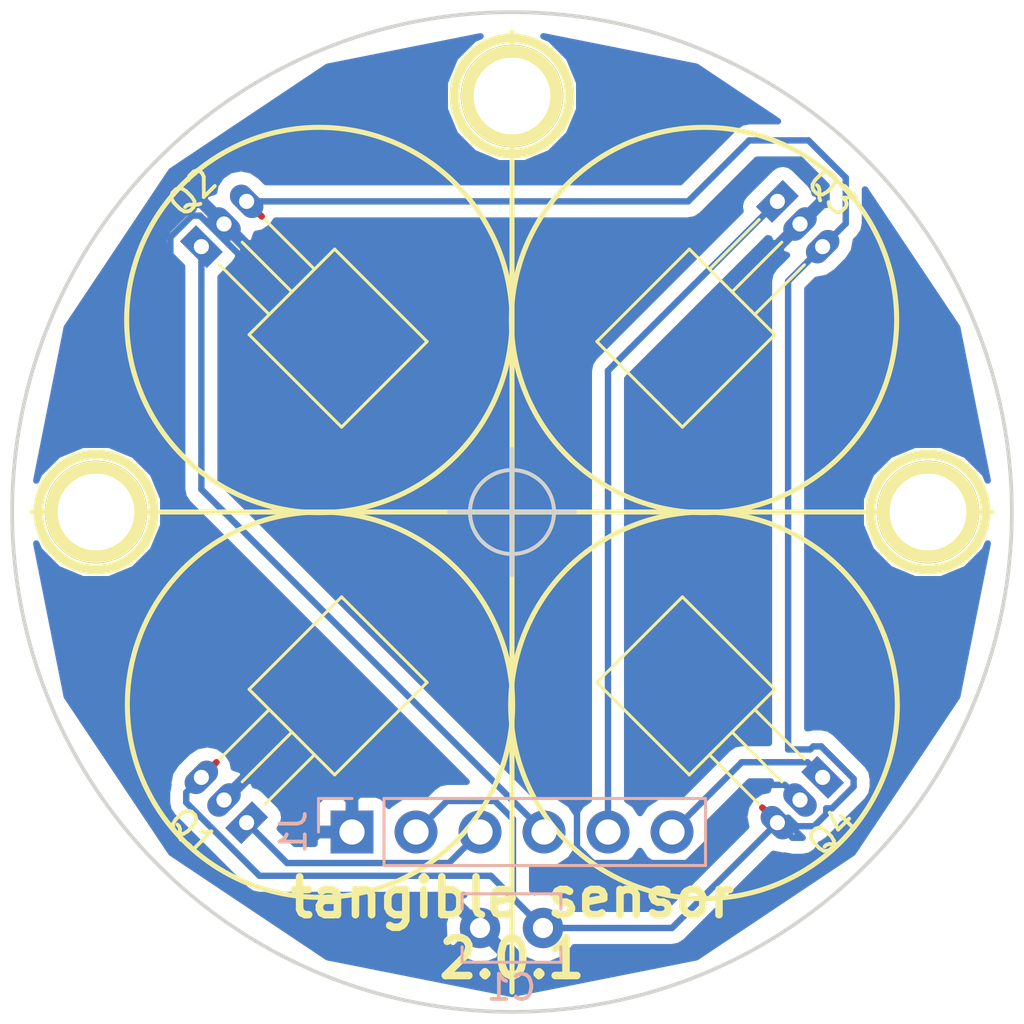
<source format=kicad_pcb>
(kicad_pcb (version 4) (host pcbnew 4.0.6-e0-6349~53~ubuntu14.04.1)

  (general
    (links 14)
    (no_connects 0)
    (area 57.556965 72.796965 97.383035 112.623035)
    (thickness 1.6)
    (drawings 11)
    (tracks 65)
    (zones 0)
    (modules 9)
    (nets 7)
  )

  (page A3)
  (layers
    (0 F.Cu signal)
    (31 B.Cu signal)
    (32 B.Adhes user)
    (33 F.Adhes user)
    (34 B.Paste user)
    (35 F.Paste user)
    (36 B.SilkS user)
    (37 F.SilkS user)
    (38 B.Mask user)
    (39 F.Mask user)
    (40 Dwgs.User user)
    (41 Cmts.User user)
    (42 Eco1.User user)
    (43 Eco2.User user)
    (44 Edge.Cuts user)
  )

  (setup
    (last_trace_width 0.254)
    (trace_clearance 0.254)
    (zone_clearance 0.508)
    (zone_45_only no)
    (trace_min 0.254)
    (segment_width 0.2)
    (edge_width 0.15)
    (via_size 0.889)
    (via_drill 0.635)
    (via_min_size 0.889)
    (via_min_drill 0.508)
    (uvia_size 0.508)
    (uvia_drill 0.127)
    (uvias_allowed no)
    (uvia_min_size 0.508)
    (uvia_min_drill 0.127)
    (pcb_text_width 0.3)
    (pcb_text_size 1.5 1.5)
    (mod_edge_width 0.15)
    (mod_text_size 1.5 1.5)
    (mod_text_width 0.15)
    (pad_size 1.524 1.524)
    (pad_drill 0.762)
    (pad_to_mask_clearance 0.2)
    (aux_axis_origin 77.47 92.71)
    (grid_origin 77.47 92.71)
    (visible_elements FFFFEFBF)
    (pcbplotparams
      (layerselection 0x00030_80000001)
      (usegerberextensions true)
      (excludeedgelayer true)
      (linewidth 0.100000)
      (plotframeref false)
      (viasonmask false)
      (mode 1)
      (useauxorigin false)
      (hpglpennumber 1)
      (hpglpenspeed 20)
      (hpglpendiameter 15)
      (hpglpenoverlay 2)
      (psnegative false)
      (psa4output false)
      (plotreference true)
      (plotvalue true)
      (plotinvisibletext false)
      (padsonsilk false)
      (subtractmaskfromsilk false)
      (outputformat 1)
      (mirror false)
      (drillshape 1)
      (scaleselection 1)
      (outputdirectory svg/sensor/))
  )

  (net 0 "")
  (net 1 "Net-(C1-Pad1)")
  (net 2 "Net-(C1-Pad2)")
  (net 3 "Net-(J1-Pad3)")
  (net 4 "Net-(J1-Pad4)")
  (net 5 "Net-(J1-Pad5)")
  (net 6 "Net-(J1-Pad6)")

  (net_class Default "This is the default net class."
    (clearance 0.254)
    (trace_width 0.254)
    (via_dia 0.889)
    (via_drill 0.635)
    (uvia_dia 0.508)
    (uvia_drill 0.127)
    (add_net "Net-(C1-Pad1)")
    (add_net "Net-(C1-Pad2)")
    (add_net "Net-(J1-Pad3)")
    (add_net "Net-(J1-Pad4)")
    (add_net "Net-(J1-Pad5)")
    (add_net "Net-(J1-Pad6)")
  )

  (module TO_SOT_Packages_THT:TO-92_Horizontal1_Inline_Narrow_Oval (layer F.Cu) (tedit 58CE52AF) (tstamp 592B2239)
    (at 65.141974 82.178026 45)
    (descr "TO-92 horizontal, leads in-line, narrow, oval pads, drill 0.6mm (see NXP sot054_po.pdf)")
    (tags "to-92 sc-43 sc-43a sot54 PA33 transistor")
    (path /5922F011)
    (fp_text reference Q2 (at 1.27 -1.78 225) (layer F.SilkS)
      (effects (font (size 1 1) (thickness 0.15)))
    )
    (fp_text value SS411P (at 1.27 10.03 225) (layer F.Fab)
      (effects (font (size 1 1) (thickness 0.15)))
    )
    (fp_text user %R (at 1.27 -1.78 225) (layer F.Fab)
      (effects (font (size 1 1) (thickness 0.15)))
    )
    (fp_line (start 2.54 3.94) (end 2.54 1.02) (layer F.Fab) (width 0.1))
    (fp_line (start 1.27 3.94) (end 1.27 1.02) (layer F.Fab) (width 0.1))
    (fp_line (start 0 3.94) (end 0 1.02) (layer F.Fab) (width 0.1))
    (fp_line (start -1.02 8.89) (end -1.02 3.94) (layer F.Fab) (width 0.1))
    (fp_line (start -1.02 3.94) (end 3.56 3.94) (layer F.Fab) (width 0.1))
    (fp_line (start 3.56 3.94) (end 3.56 8.89) (layer F.Fab) (width 0.1))
    (fp_line (start 3.56 8.89) (end -1.02 8.89) (layer F.Fab) (width 0.1))
    (fp_line (start 0 1.02) (end 0 3.81) (layer F.SilkS) (width 0.12))
    (fp_line (start 1.27 1.02) (end 1.27 3.81) (layer F.SilkS) (width 0.12))
    (fp_line (start 2.54 1.02) (end 2.54 3.81) (layer F.SilkS) (width 0.12))
    (fp_line (start -1.13 3.81) (end 3.67 3.81) (layer F.SilkS) (width 0.12))
    (fp_line (start 3.67 3.81) (end 3.67 9) (layer F.SilkS) (width 0.12))
    (fp_line (start 3.67 9) (end -1.13 9) (layer F.SilkS) (width 0.12))
    (fp_line (start -1.13 9) (end -1.13 3.81) (layer F.SilkS) (width 0.12))
    (fp_line (start -1.27 -1) (end 3.81 -1) (layer F.CrtYd) (width 0.05))
    (fp_line (start -1.27 -1) (end -1.27 9.14) (layer F.CrtYd) (width 0.05))
    (fp_line (start 3.81 9.14) (end 3.81 -1) (layer F.CrtYd) (width 0.05))
    (fp_line (start 3.81 9.14) (end -1.27 9.14) (layer F.CrtYd) (width 0.05))
    (pad 2 thru_hole oval (at 1.27 0 225) (size 0.9 1.5) (drill 0.6) (layers *.Cu *.Mask)
      (net 1 "Net-(C1-Pad1)"))
    (pad 3 thru_hole oval (at 2.54 0 225) (size 0.9 1.5) (drill 0.6) (layers *.Cu *.Mask)
      (net 2 "Net-(C1-Pad2)"))
    (pad 1 thru_hole rect (at 0 0 225) (size 0.9 1.5) (drill 0.6) (layers *.Cu *.Mask)
      (net 4 "Net-(J1-Pad4)"))
    (model ${KISYS3DMOD}/TO_SOT_Packages_THT.3dshapes/TO-92_Horizontal1_Inline_Narrow_Oval.wrl
      (at (xyz 0.05 0 0))
      (scale (xyz 1 1 1))
      (rotate (xyz 0 0 -90))
    )
  )

  (module TO_SOT_Packages_THT:TO-92_Horizontal1_Inline_Narrow_Oval (layer F.Cu) (tedit 58CE52AF) (tstamp 592B2233)
    (at 66.938026 105.038026 135)
    (descr "TO-92 horizontal, leads in-line, narrow, oval pads, drill 0.6mm (see NXP sot054_po.pdf)")
    (tags "to-92 sc-43 sc-43a sot54 PA33 transistor")
    (path /5922F002)
    (fp_text reference Q1 (at 1.27 -1.78 315) (layer F.SilkS)
      (effects (font (size 1 1) (thickness 0.15)))
    )
    (fp_text value SS411P (at 1.27 10.03 315) (layer F.Fab)
      (effects (font (size 1 1) (thickness 0.15)))
    )
    (fp_text user %R (at 1.27 -1.78 315) (layer F.Fab)
      (effects (font (size 1 1) (thickness 0.15)))
    )
    (fp_line (start 2.54 3.94) (end 2.54 1.02) (layer F.Fab) (width 0.1))
    (fp_line (start 1.27 3.94) (end 1.27 1.02) (layer F.Fab) (width 0.1))
    (fp_line (start 0 3.94) (end 0 1.02) (layer F.Fab) (width 0.1))
    (fp_line (start -1.02 8.89) (end -1.02 3.94) (layer F.Fab) (width 0.1))
    (fp_line (start -1.02 3.94) (end 3.56 3.94) (layer F.Fab) (width 0.1))
    (fp_line (start 3.56 3.94) (end 3.56 8.89) (layer F.Fab) (width 0.1))
    (fp_line (start 3.56 8.89) (end -1.02 8.89) (layer F.Fab) (width 0.1))
    (fp_line (start 0 1.02) (end 0 3.81) (layer F.SilkS) (width 0.12))
    (fp_line (start 1.27 1.02) (end 1.27 3.81) (layer F.SilkS) (width 0.12))
    (fp_line (start 2.54 1.02) (end 2.54 3.81) (layer F.SilkS) (width 0.12))
    (fp_line (start -1.13 3.81) (end 3.67 3.81) (layer F.SilkS) (width 0.12))
    (fp_line (start 3.67 3.81) (end 3.67 9) (layer F.SilkS) (width 0.12))
    (fp_line (start 3.67 9) (end -1.13 9) (layer F.SilkS) (width 0.12))
    (fp_line (start -1.13 9) (end -1.13 3.81) (layer F.SilkS) (width 0.12))
    (fp_line (start -1.27 -1) (end 3.81 -1) (layer F.CrtYd) (width 0.05))
    (fp_line (start -1.27 -1) (end -1.27 9.14) (layer F.CrtYd) (width 0.05))
    (fp_line (start 3.81 9.14) (end 3.81 -1) (layer F.CrtYd) (width 0.05))
    (fp_line (start 3.81 9.14) (end -1.27 9.14) (layer F.CrtYd) (width 0.05))
    (pad 2 thru_hole oval (at 1.27 0 315) (size 0.9 1.5) (drill 0.6) (layers *.Cu *.Mask)
      (net 1 "Net-(C1-Pad1)"))
    (pad 3 thru_hole oval (at 2.54 0 315) (size 0.9 1.5) (drill 0.6) (layers *.Cu *.Mask)
      (net 2 "Net-(C1-Pad2)"))
    (pad 1 thru_hole rect (at 0 0 315) (size 0.9 1.5) (drill 0.6) (layers *.Cu *.Mask)
      (net 3 "Net-(J1-Pad3)"))
    (model ${KISYS3DMOD}/TO_SOT_Packages_THT.3dshapes/TO-92_Horizontal1_Inline_Narrow_Oval.wrl
      (at (xyz 0.05 0 0))
      (scale (xyz 1 1 1))
      (rotate (xyz 0 0 -90))
    )
  )

  (module Capacitors_THT:C_Disc_D3.8mm_W2.6mm_P2.50mm (layer B.Cu) (tedit 5920C254) (tstamp 592B2225)
    (at 76.2 109.22)
    (descr "C, Disc series, Radial, pin pitch=2.50mm, , diameter*width=3.8*2.6mm^2, Capacitor, http://www.vishay.com/docs/45233/krseries.pdf")
    (tags "C Disc series Radial pin pitch 2.50mm  diameter 3.8mm width 2.6mm Capacitor")
    (path /5922FA46)
    (fp_text reference C1 (at 1.25 2.36) (layer B.SilkS)
      (effects (font (size 1 1) (thickness 0.15)) (justify mirror))
    )
    (fp_text value "C 0.1uf" (at 1.25 -2.36) (layer B.Fab)
      (effects (font (size 1 1) (thickness 0.15)) (justify mirror))
    )
    (fp_text user %R (at 1.25 0) (layer B.Fab)
      (effects (font (size 0.9 0.9) (thickness 0.135)) (justify mirror))
    )
    (fp_line (start -0.65 1.3) (end -0.65 -1.3) (layer B.Fab) (width 0.1))
    (fp_line (start -0.65 -1.3) (end 3.15 -1.3) (layer B.Fab) (width 0.1))
    (fp_line (start 3.15 -1.3) (end 3.15 1.3) (layer B.Fab) (width 0.1))
    (fp_line (start 3.15 1.3) (end -0.65 1.3) (layer B.Fab) (width 0.1))
    (fp_line (start -0.71 1.36) (end 3.21 1.36) (layer B.SilkS) (width 0.12))
    (fp_line (start -0.71 -1.36) (end 3.21 -1.36) (layer B.SilkS) (width 0.12))
    (fp_line (start -0.71 1.36) (end -0.71 0.75) (layer B.SilkS) (width 0.12))
    (fp_line (start -0.71 -0.75) (end -0.71 -1.36) (layer B.SilkS) (width 0.12))
    (fp_line (start 3.21 1.36) (end 3.21 0.75) (layer B.SilkS) (width 0.12))
    (fp_line (start 3.21 -0.75) (end 3.21 -1.36) (layer B.SilkS) (width 0.12))
    (fp_line (start -1.05 1.65) (end -1.05 -1.65) (layer B.CrtYd) (width 0.05))
    (fp_line (start -1.05 -1.65) (end 3.55 -1.65) (layer B.CrtYd) (width 0.05))
    (fp_line (start 3.55 -1.65) (end 3.55 1.65) (layer B.CrtYd) (width 0.05))
    (fp_line (start 3.55 1.65) (end -1.05 1.65) (layer B.CrtYd) (width 0.05))
    (pad 1 thru_hole circle (at 0 0) (size 1.6 1.6) (drill 0.8) (layers *.Cu *.Mask)
      (net 1 "Net-(C1-Pad1)"))
    (pad 2 thru_hole circle (at 2.5 0) (size 1.6 1.6) (drill 0.8) (layers *.Cu *.Mask)
      (net 2 "Net-(C1-Pad2)"))
    (model ${KISYS3DMOD}/Capacitors_THT.3dshapes/C_Disc_D3.8mm_W2.6mm_P2.50mm.wrl
      (at (xyz 0 0 0))
      (scale (xyz 0.393701 0.393701 0.393701))
      (rotate (xyz 0 0 0))
    )
  )

  (module TO_SOT_Packages_THT:TO-92_Horizontal1_Inline_Narrow_Oval (layer F.Cu) (tedit 58CE52AF) (tstamp 592B2245)
    (at 89.798026 103.241974 225)
    (descr "TO-92 horizontal, leads in-line, narrow, oval pads, drill 0.6mm (see NXP sot054_po.pdf)")
    (tags "to-92 sc-43 sc-43a sot54 PA33 transistor")
    (path /5922F020)
    (fp_text reference Q4 (at 1.27 -1.78 405) (layer F.SilkS)
      (effects (font (size 1 1) (thickness 0.15)))
    )
    (fp_text value SS411P (at 1.27 10.03 405) (layer F.Fab)
      (effects (font (size 1 1) (thickness 0.15)))
    )
    (fp_text user %R (at 1.27 -1.78 405) (layer F.Fab)
      (effects (font (size 1 1) (thickness 0.15)))
    )
    (fp_line (start 2.54 3.94) (end 2.54 1.02) (layer F.Fab) (width 0.1))
    (fp_line (start 1.27 3.94) (end 1.27 1.02) (layer F.Fab) (width 0.1))
    (fp_line (start 0 3.94) (end 0 1.02) (layer F.Fab) (width 0.1))
    (fp_line (start -1.02 8.89) (end -1.02 3.94) (layer F.Fab) (width 0.1))
    (fp_line (start -1.02 3.94) (end 3.56 3.94) (layer F.Fab) (width 0.1))
    (fp_line (start 3.56 3.94) (end 3.56 8.89) (layer F.Fab) (width 0.1))
    (fp_line (start 3.56 8.89) (end -1.02 8.89) (layer F.Fab) (width 0.1))
    (fp_line (start 0 1.02) (end 0 3.81) (layer F.SilkS) (width 0.12))
    (fp_line (start 1.27 1.02) (end 1.27 3.81) (layer F.SilkS) (width 0.12))
    (fp_line (start 2.54 1.02) (end 2.54 3.81) (layer F.SilkS) (width 0.12))
    (fp_line (start -1.13 3.81) (end 3.67 3.81) (layer F.SilkS) (width 0.12))
    (fp_line (start 3.67 3.81) (end 3.67 9) (layer F.SilkS) (width 0.12))
    (fp_line (start 3.67 9) (end -1.13 9) (layer F.SilkS) (width 0.12))
    (fp_line (start -1.13 9) (end -1.13 3.81) (layer F.SilkS) (width 0.12))
    (fp_line (start -1.27 -1) (end 3.81 -1) (layer F.CrtYd) (width 0.05))
    (fp_line (start -1.27 -1) (end -1.27 9.14) (layer F.CrtYd) (width 0.05))
    (fp_line (start 3.81 9.14) (end 3.81 -1) (layer F.CrtYd) (width 0.05))
    (fp_line (start 3.81 9.14) (end -1.27 9.14) (layer F.CrtYd) (width 0.05))
    (pad 2 thru_hole oval (at 1.27 0 45) (size 0.9 1.5) (drill 0.6) (layers *.Cu *.Mask)
      (net 1 "Net-(C1-Pad1)"))
    (pad 3 thru_hole oval (at 2.54 0 45) (size 0.9 1.5) (drill 0.6) (layers *.Cu *.Mask)
      (net 2 "Net-(C1-Pad2)"))
    (pad 1 thru_hole rect (at 0 0 45) (size 0.9 1.5) (drill 0.6) (layers *.Cu *.Mask)
      (net 6 "Net-(J1-Pad6)"))
    (model ${KISYS3DMOD}/TO_SOT_Packages_THT.3dshapes/TO-92_Horizontal1_Inline_Narrow_Oval.wrl
      (at (xyz 0.05 0 0))
      (scale (xyz 1 1 1))
      (rotate (xyz 0 0 -90))
    )
  )

  (module TO_SOT_Packages_THT:TO-92_Horizontal1_Inline_Narrow_Oval (layer F.Cu) (tedit 58CE52AF) (tstamp 592B223F)
    (at 88.001974 80.381974 315)
    (descr "TO-92 horizontal, leads in-line, narrow, oval pads, drill 0.6mm (see NXP sot054_po.pdf)")
    (tags "to-92 sc-43 sc-43a sot54 PA33 transistor")
    (path /5922F02F)
    (fp_text reference Q3 (at 1.27 -1.78 495) (layer F.SilkS)
      (effects (font (size 1 1) (thickness 0.15)))
    )
    (fp_text value SS411P (at 1.27 10.03 495) (layer F.Fab)
      (effects (font (size 1 1) (thickness 0.15)))
    )
    (fp_text user %R (at 1.27 -1.78 495) (layer F.Fab)
      (effects (font (size 1 1) (thickness 0.15)))
    )
    (fp_line (start 2.54 3.94) (end 2.54 1.02) (layer F.Fab) (width 0.1))
    (fp_line (start 1.27 3.94) (end 1.27 1.02) (layer F.Fab) (width 0.1))
    (fp_line (start 0 3.94) (end 0 1.02) (layer F.Fab) (width 0.1))
    (fp_line (start -1.02 8.89) (end -1.02 3.94) (layer F.Fab) (width 0.1))
    (fp_line (start -1.02 3.94) (end 3.56 3.94) (layer F.Fab) (width 0.1))
    (fp_line (start 3.56 3.94) (end 3.56 8.89) (layer F.Fab) (width 0.1))
    (fp_line (start 3.56 8.89) (end -1.02 8.89) (layer F.Fab) (width 0.1))
    (fp_line (start 0 1.02) (end 0 3.81) (layer F.SilkS) (width 0.12))
    (fp_line (start 1.27 1.02) (end 1.27 3.81) (layer F.SilkS) (width 0.12))
    (fp_line (start 2.54 1.02) (end 2.54 3.81) (layer F.SilkS) (width 0.12))
    (fp_line (start -1.13 3.81) (end 3.67 3.81) (layer F.SilkS) (width 0.12))
    (fp_line (start 3.67 3.81) (end 3.67 9) (layer F.SilkS) (width 0.12))
    (fp_line (start 3.67 9) (end -1.13 9) (layer F.SilkS) (width 0.12))
    (fp_line (start -1.13 9) (end -1.13 3.81) (layer F.SilkS) (width 0.12))
    (fp_line (start -1.27 -1) (end 3.81 -1) (layer F.CrtYd) (width 0.05))
    (fp_line (start -1.27 -1) (end -1.27 9.14) (layer F.CrtYd) (width 0.05))
    (fp_line (start 3.81 9.14) (end 3.81 -1) (layer F.CrtYd) (width 0.05))
    (fp_line (start 3.81 9.14) (end -1.27 9.14) (layer F.CrtYd) (width 0.05))
    (pad 2 thru_hole oval (at 1.27 0 135) (size 0.9 1.5) (drill 0.6) (layers *.Cu *.Mask)
      (net 1 "Net-(C1-Pad1)"))
    (pad 3 thru_hole oval (at 2.54 0 135) (size 0.9 1.5) (drill 0.6) (layers *.Cu *.Mask)
      (net 2 "Net-(C1-Pad2)"))
    (pad 1 thru_hole rect (at 0 0 135) (size 0.9 1.5) (drill 0.6) (layers *.Cu *.Mask)
      (net 5 "Net-(J1-Pad5)"))
    (model ${KISYS3DMOD}/TO_SOT_Packages_THT.3dshapes/TO-92_Horizontal1_Inline_Narrow_Oval.wrl
      (at (xyz 0.05 0 0))
      (scale (xyz 1 1 1))
      (rotate (xyz 0 0 -90))
    )
  )

  (module 1pin (layer F.Cu) (tedit 592B28B4) (tstamp 59231BC9)
    (at 60.96 92.71)
    (descr "module 1 pin (ou trou mecanique de percage)")
    (tags DEV)
    (path 1pin)
    (fp_text reference "" (at 0 -3.048) (layer F.SilkS)
      (effects (font (size 1.016 1.016) (thickness 0.254)))
    )
    (fp_text value "" (at 0 2.794) (layer F.SilkS) hide
      (effects (font (size 1.016 1.016) (thickness 0.254)))
    )
    (fp_circle (center 0 0) (end 0 -2.286) (layer F.SilkS) (width 0.381))
    (pad 1 thru_hole circle (at 0 0) (size 4.064 4.064) (drill 3.048) (layers *.Cu *.Mask F.SilkS))
  )

  (module 1pin (layer F.Cu) (tedit 592B28BC) (tstamp 59231BDF)
    (at 93.98 92.71)
    (descr "module 1 pin (ou trou mecanique de percage)")
    (tags DEV)
    (path 1pin)
    (fp_text reference "" (at 0 -3.048) (layer F.SilkS)
      (effects (font (size 1.016 1.016) (thickness 0.254)))
    )
    (fp_text value "" (at 0 2.794) (layer F.SilkS) hide
      (effects (font (size 1.016 1.016) (thickness 0.254)))
    )
    (fp_circle (center 0 0) (end 0 -2.286) (layer F.SilkS) (width 0.381))
    (pad 1 thru_hole circle (at 0 0) (size 4.064 4.064) (drill 3.048) (layers *.Cu *.Mask F.SilkS))
  )

  (module 1pin (layer F.Cu) (tedit 592B28CD) (tstamp 59231C46)
    (at 77.47 76.2)
    (descr "module 1 pin (ou trou mecanique de percage)")
    (tags DEV)
    (path 1pin)
    (fp_text reference "" (at 0 -3.048) (layer F.SilkS)
      (effects (font (size 1.016 1.016) (thickness 0.254)))
    )
    (fp_text value "" (at 0 2.794) (layer F.SilkS) hide
      (effects (font (size 1.016 1.016) (thickness 0.254)))
    )
    (fp_circle (center 0 0) (end 0 -2.286) (layer F.SilkS) (width 0.381))
    (pad 1 thru_hole circle (at 0 0) (size 4.064 4.064) (drill 3.048) (layers *.Cu *.Mask F.SilkS))
  )

  (module Pin_Headers:Pin_Header_Straight_1x06_Pitch2.54mm (layer B.Cu) (tedit 58CD4EC1) (tstamp 592E861E)
    (at 71.12 105.41 270)
    (descr "Through hole straight pin header, 1x06, 2.54mm pitch, single row")
    (tags "Through hole pin header THT 1x06 2.54mm single row")
    (path /592E8085)
    (fp_text reference J1 (at 0 2.33 270) (layer B.SilkS)
      (effects (font (size 1 1) (thickness 0.15)) (justify mirror))
    )
    (fp_text value CONN_01X06 (at 0 -15.03 270) (layer B.Fab)
      (effects (font (size 1 1) (thickness 0.15)) (justify mirror))
    )
    (fp_line (start -1.27 1.27) (end -1.27 -13.97) (layer B.Fab) (width 0.1))
    (fp_line (start -1.27 -13.97) (end 1.27 -13.97) (layer B.Fab) (width 0.1))
    (fp_line (start 1.27 -13.97) (end 1.27 1.27) (layer B.Fab) (width 0.1))
    (fp_line (start 1.27 1.27) (end -1.27 1.27) (layer B.Fab) (width 0.1))
    (fp_line (start -1.33 -1.27) (end -1.33 -14.03) (layer B.SilkS) (width 0.12))
    (fp_line (start -1.33 -14.03) (end 1.33 -14.03) (layer B.SilkS) (width 0.12))
    (fp_line (start 1.33 -14.03) (end 1.33 -1.27) (layer B.SilkS) (width 0.12))
    (fp_line (start 1.33 -1.27) (end -1.33 -1.27) (layer B.SilkS) (width 0.12))
    (fp_line (start -1.33 0) (end -1.33 1.33) (layer B.SilkS) (width 0.12))
    (fp_line (start -1.33 1.33) (end 0 1.33) (layer B.SilkS) (width 0.12))
    (fp_line (start -1.8 1.8) (end -1.8 -14.5) (layer B.CrtYd) (width 0.05))
    (fp_line (start -1.8 -14.5) (end 1.8 -14.5) (layer B.CrtYd) (width 0.05))
    (fp_line (start 1.8 -14.5) (end 1.8 1.8) (layer B.CrtYd) (width 0.05))
    (fp_line (start 1.8 1.8) (end -1.8 1.8) (layer B.CrtYd) (width 0.05))
    (fp_text user %R (at 0 2.33 270) (layer B.Fab)
      (effects (font (size 1 1) (thickness 0.15)) (justify mirror))
    )
    (pad 1 thru_hole rect (at 0 0 270) (size 1.7 1.7) (drill 1) (layers *.Cu *.Mask)
      (net 1 "Net-(C1-Pad1)"))
    (pad 2 thru_hole oval (at 0 -2.54 270) (size 1.7 1.7) (drill 1) (layers *.Cu *.Mask)
      (net 2 "Net-(C1-Pad2)"))
    (pad 3 thru_hole oval (at 0 -5.08 270) (size 1.7 1.7) (drill 1) (layers *.Cu *.Mask)
      (net 3 "Net-(J1-Pad3)"))
    (pad 4 thru_hole oval (at 0 -7.62 270) (size 1.7 1.7) (drill 1) (layers *.Cu *.Mask)
      (net 4 "Net-(J1-Pad4)"))
    (pad 5 thru_hole oval (at 0 -10.16 270) (size 1.7 1.7) (drill 1) (layers *.Cu *.Mask)
      (net 5 "Net-(J1-Pad5)"))
    (pad 6 thru_hole oval (at 0 -12.7 270) (size 1.7 1.7) (drill 1) (layers *.Cu *.Mask)
      (net 6 "Net-(J1-Pad6)"))
    (model ${KISYS3DMOD}/Pin_Headers.3dshapes/Pin_Header_Straight_1x06_Pitch2.54mm.wrl
      (at (xyz 0 -0.25 0))
      (scale (xyz 1 1 1))
      (rotate (xyz 0 0 90))
    )
  )

  (gr_text "tangible sensor\n2.0.1" (at 77.47 109.22) (layer F.SilkS)
    (effects (font (size 1.5 1.5) (thickness 0.3)))
  )
  (gr_text "Penelope\nFoAM Kernow \nOSH" (at 91.44 97.79) (layer B.Paste)
    (effects (font (size 1.5 1.5) (thickness 0.3)) (justify left mirror))
  )
  (target plus (at 77.47 92.71) (size 5) (width 0.15) (layer Edge.Cuts) (tstamp 592B2650))
  (target plus (at 77.47 92.71) (size 5) (width 0.15) (layer Edge.Cuts))
  (gr_line (start 58.42 92.71) (end 96.52 92.71) (layer F.SilkS) (width 0.2))
  (gr_line (start 77.47 111.76) (end 77.47 73.66) (layer F.SilkS) (width 0.2))
  (gr_circle (center 77.47 92.71) (end 92.71 105.41) (layer Edge.Cuts) (width 0.15))
  (gr_circle (center 69.823588 85.09) (end 74.903588 90.805) (layer F.SilkS) (width 0.2))
  (gr_circle (center 85.09 100.382734) (end 78.105 97.207734) (layer F.SilkS) (width 0.2))
  (gr_circle (center 69.85 100.356412) (end 64.135 95.276412) (layer F.SilkS) (width 0.2))
  (gr_circle (center 85.09 85.09) (end 92.71 85.725) (layer F.SilkS) (width 0.2))

  (segment (start 87.512922 103.53896) (end 88.29896 103.53896) (width 0.254) (layer B.Cu) (net 1))
  (segment (start 84.410881 106.641001) (end 87.512922 103.53896) (width 0.254) (layer B.Cu) (net 1))
  (segment (start 88.29896 103.53896) (end 88.9 104.14) (width 0.254) (layer B.Cu) (net 1))
  (segment (start 71.12 105.41) (end 71.12 104.306) (width 0.254) (layer B.Cu) (net 1))
  (segment (start 65.087664 80.948488) (end 80.048999 95.909823) (width 0.254) (layer B.Cu) (net 1))
  (segment (start 71.12 104.306) (end 63.912436 97.098436) (width 0.254) (layer B.Cu) (net 1))
  (segment (start 63.912436 97.098436) (end 63.912436 81.808072) (width 0.254) (layer B.Cu) (net 1))
  (segment (start 63.912436 81.808072) (end 64.77202 80.948488) (width 0.254) (layer B.Cu) (net 1))
  (segment (start 64.77202 80.948488) (end 65.087664 80.948488) (width 0.254) (layer B.Cu) (net 1))
  (segment (start 80.048999 95.909823) (end 80.048999 106.000881) (width 0.254) (layer B.Cu) (net 1))
  (segment (start 80.048999 106.000881) (end 80.689119 106.641001) (width 0.254) (layer B.Cu) (net 1))
  (segment (start 80.689119 106.641001) (end 84.410881 106.641001) (width 0.254) (layer B.Cu) (net 1))
  (segment (start 88.766202 105.18143) (end 88.428476 104.843704) (width 0.254) (layer B.Cu) (net 2))
  (segment (start 89.798025 82.178025) (end 88.428476 83.547574) (width 0.254) (layer B.Cu) (net 2))
  (segment (start 88.428476 83.547574) (end 88.428476 102.132924) (width 0.254) (layer B.Cu) (net 2))
  (segment (start 91.027564 103.611928) (end 90.16798 104.471512) (width 0.254) (layer B.Cu) (net 2))
  (segment (start 89.428072 102.012436) (end 89.743716 102.012436) (width 0.254) (layer B.Cu) (net 2))
  (segment (start 88.428476 102.132924) (end 89.307584 102.132924) (width 0.254) (layer B.Cu) (net 2))
  (segment (start 89.743716 102.012436) (end 91.027564 103.296284) (width 0.254) (layer B.Cu) (net 2))
  (segment (start 89.307584 102.132924) (end 89.428072 102.012436) (width 0.254) (layer B.Cu) (net 2))
  (segment (start 91.027564 103.296284) (end 91.027564 103.611928) (width 0.254) (layer B.Cu) (net 2))
  (segment (start 90.16798 104.471512) (end 89.94143 104.471512) (width 0.254) (layer B.Cu) (net 2))
  (segment (start 89.94143 104.471512) (end 89.94143 104.698062) (width 0.254) (layer B.Cu) (net 2))
  (segment (start 88.428476 105.067114) (end 89.000427 105.639065) (width 0.254) (layer B.Cu) (net 2))
  (segment (start 89.94143 104.698062) (end 89.458062 105.18143) (width 0.254) (layer B.Cu) (net 2))
  (segment (start 89.458062 105.18143) (end 88.766202 105.18143) (width 0.254) (layer B.Cu) (net 2))
  (segment (start 88.428476 104.843704) (end 88.428476 105.067114) (width 0.254) (layer B.Cu) (net 2))
  (segment (start 89.000427 105.639065) (end 88.603015 105.639065) (width 0.254) (layer B.Cu) (net 2))
  (segment (start 88.603015 105.639065) (end 88.001975 105.038025) (width 0.254) (layer B.Cu) (net 2))
  (segment (start 66.938025 80.381975) (end 84.461195 80.381975) (width 0.254) (layer B.Cu) (net 2))
  (segment (start 84.461195 80.381975) (end 86.880982 77.962188) (width 0.254) (layer B.Cu) (net 2))
  (segment (start 86.880982 77.962188) (end 89.235865 77.962188) (width 0.254) (layer B.Cu) (net 2))
  (segment (start 89.235865 77.962188) (end 90.716076 79.442399) (width 0.254) (layer B.Cu) (net 2))
  (segment (start 90.716076 79.442399) (end 90.716076 81.259974) (width 0.254) (layer B.Cu) (net 2))
  (segment (start 90.716076 81.259974) (end 89.798025 82.178025) (width 0.254) (layer B.Cu) (net 2))
  (segment (start 78.7 109.22) (end 76.629011 107.149011) (width 0.254) (layer B.Cu) (net 2))
  (segment (start 76.629011 107.149011) (end 67.449519 107.149011) (width 0.254) (layer B.Cu) (net 2))
  (segment (start 67.449519 107.149011) (end 64.540935 104.240427) (width 0.254) (layer B.Cu) (net 2))
  (segment (start 64.540935 104.240427) (end 64.540935 103.843015) (width 0.254) (layer B.Cu) (net 2))
  (segment (start 64.540935 103.843015) (end 65.141975 103.241975) (width 0.254) (layer B.Cu) (net 2))
  (segment (start 78.7 109.22) (end 83.82 109.22) (width 0.254) (layer B.Cu) (net 2))
  (segment (start 83.82 109.22) (end 88.001975 105.038025) (width 0.254) (layer B.Cu) (net 2))
  (segment (start 77.900001 108.420001) (end 78.7 109.22) (width 0.254) (layer B.Cu) (net 2))
  (segment (start 65.743015 102.640935) (end 65.141975 103.241975) (width 0.254) (layer F.Cu) (net 2))
  (segment (start 89.798025 82.178025) (end 89.196985 82.779065) (width 0.254) (layer F.Cu) (net 2))
  (segment (start 67.539065 80.983015) (end 66.938025 80.381975) (width 0.254) (layer F.Cu) (net 2))
  (segment (start 88.001975 105.038025) (end 87.400935 104.436985) (width 0.254) (layer F.Cu) (net 2))
  (segment (start 73.66 105.41) (end 74.891001 104.178999) (width 0.254) (layer B.Cu) (net 2))
  (segment (start 74.891001 104.178999) (end 76.790565 104.178999) (width 0.254) (layer B.Cu) (net 2))
  (segment (start 76.790565 104.178999) (end 77.508999 104.897433) (width 0.254) (layer B.Cu) (net 2))
  (segment (start 77.508999 104.897433) (end 77.508999 108.028999) (width 0.254) (layer B.Cu) (net 2))
  (segment (start 77.508999 108.028999) (end 77.900001 108.420001) (width 0.254) (layer B.Cu) (net 2))
  (segment (start 75.350001 106.259999) (end 76.2 105.41) (width 0.254) (layer B.Cu) (net 3))
  (segment (start 74.968999 106.641001) (end 75.350001 106.259999) (width 0.254) (layer B.Cu) (net 3))
  (segment (start 66.938026 105.038026) (end 68.541001 106.641001) (width 0.254) (layer B.Cu) (net 3))
  (segment (start 68.541001 106.641001) (end 74.968999 106.641001) (width 0.254) (layer B.Cu) (net 3))
  (segment (start 65.141974 82.178026) (end 65.141974 91.811974) (width 0.254) (layer B.Cu) (net 4))
  (segment (start 65.141974 91.811974) (end 78.74 105.41) (width 0.254) (layer B.Cu) (net 4))
  (segment (start 81.28 87.103948) (end 81.28 105.41) (width 0.254) (layer B.Cu) (net 5))
  (segment (start 88.001974 80.381974) (end 81.28 87.103948) (width 0.254) (layer B.Cu) (net 5))
  (segment (start 88.001974 80.381974) (end 88.145378 80.23857) (width 0.254) (layer B.Cu) (net 5))
  (segment (start 84.669999 104.560001) (end 83.82 105.41) (width 0.254) (layer B.Cu) (net 6))
  (segment (start 86.589066 102.640934) (end 84.669999 104.560001) (width 0.254) (layer B.Cu) (net 6))
  (segment (start 89.798026 103.241974) (end 89.196986 102.640934) (width 0.254) (layer B.Cu) (net 6))
  (segment (start 89.196986 102.640934) (end 86.589066 102.640934) (width 0.254) (layer B.Cu) (net 6))

  (zone (net 1) (net_name "Net-(C1-Pad1)") (layer B.Cu) (tstamp 0) (hatch edge 0.508)
    (connect_pads (clearance 0.508))
    (min_thickness 0.254)
    (fill yes (arc_segments 16) (thermal_gap 0.508) (thermal_bridge_width 0.508))
    (polygon
      (pts
        (xy 57.15 72.39) (xy 97.79 72.39) (xy 97.79 113.03) (xy 57.15 113.03)
      )
    )
    (filled_polygon
      (pts
        (xy 84.789982 75.038001) (xy 88.025924 77.200188) (xy 86.880982 77.200188) (xy 86.589378 77.258191) (xy 86.342167 77.423372)
        (xy 84.145565 79.619975) (xy 67.710447 79.619975) (xy 67.473917 79.383445) (xy 67.121917 79.148247) (xy 66.706706 79.065656)
        (xy 66.291495 79.148247) (xy 65.939495 79.383445) (xy 65.704297 79.735445) (xy 65.651724 79.999744) (xy 65.29725 80.12147)
        (xy 65.268899 80.329294) (xy 66.04 81.100395) (xy 66.054143 81.086253) (xy 66.233748 81.265858) (xy 66.219605 81.28)
        (xy 66.990706 82.051101) (xy 67.19853 82.02275) (xy 67.320256 81.668276) (xy 67.584555 81.615703) (xy 67.936555 81.380505)
        (xy 68.094599 81.143975) (xy 84.461195 81.143975) (xy 84.7528 81.085971) (xy 85.00001 80.92079) (xy 85.000011 80.920789)
        (xy 87.196613 78.724188) (xy 88.920235 78.724188) (xy 89.954076 79.75803) (xy 89.954076 80.523001) (xy 89.850706 80.508899)
        (xy 89.079605 81.28) (xy 89.093748 81.294143) (xy 88.914143 81.473748) (xy 88.9 81.459605) (xy 88.128899 82.230706)
        (xy 88.15725 82.43853) (xy 88.382529 82.515891) (xy 87.889661 83.008759) (xy 87.72448 83.255969) (xy 87.666476 83.547574)
        (xy 87.666476 101.878934) (xy 86.589066 101.878934) (xy 86.297462 101.936937) (xy 86.050251 102.102118) (xy 84.184049 103.968321)
        (xy 83.82 103.895907) (xy 83.251715 104.008946) (xy 82.769946 104.330853) (xy 82.55 104.660026) (xy 82.330054 104.330853)
        (xy 82.042 104.138382) (xy 82.042 87.419578) (xy 87.618851 81.842728) (xy 87.684544 81.856978) (xy 87.74147 82.02275)
        (xy 87.949294 82.051101) (xy 88.720395 81.28) (xy 88.706253 81.265858) (xy 88.885858 81.086253) (xy 88.9 81.100395)
        (xy 89.671101 80.329294) (xy 89.64275 80.12147) (xy 89.476343 80.064326) (xy 89.450356 79.926215) (xy 89.308311 79.712033)
        (xy 88.671915 79.075637) (xy 88.474212 78.940552) (xy 88.22305 78.886068) (xy 87.970479 78.933592) (xy 87.756297 79.075637)
        (xy 86.695637 80.136297) (xy 86.560552 80.334) (xy 86.506068 80.585162) (xy 86.54013 80.766187) (xy 80.741185 86.565133)
        (xy 80.576004 86.812343) (xy 80.518 87.103948) (xy 80.518 104.138382) (xy 80.229946 104.330853) (xy 80.01 104.660026)
        (xy 79.790054 104.330853) (xy 79.308285 104.008946) (xy 78.74 103.895907) (xy 78.375952 103.968321) (xy 65.903974 91.496344)
        (xy 65.903974 83.392304) (xy 66.448311 82.847967) (xy 66.583396 82.650264) (xy 66.616978 82.495456) (xy 66.78275 82.43853)
        (xy 66.811101 82.230706) (xy 66.04 81.459605) (xy 66.025858 81.473748) (xy 65.846253 81.294143) (xy 65.860395 81.28)
        (xy 65.089294 80.508899) (xy 64.88147 80.53725) (xy 64.824326 80.703657) (xy 64.686215 80.729644) (xy 64.472033 80.871689)
        (xy 63.835637 81.508085) (xy 63.700552 81.705788) (xy 63.646068 81.95695) (xy 63.693592 82.209521) (xy 63.835637 82.423703)
        (xy 64.379974 82.96804) (xy 64.379974 91.811974) (xy 64.437978 92.103579) (xy 64.603159 92.350789) (xy 75.669368 103.416999)
        (xy 74.891001 103.416999) (xy 74.607988 103.473294) (xy 74.599396 103.475003) (xy 74.352185 103.640184) (xy 74.024048 103.968321)
        (xy 73.66 103.895907) (xy 73.091715 104.008946) (xy 72.609946 104.330853) (xy 72.580597 104.374777) (xy 72.508327 104.200302)
        (xy 72.329699 104.021673) (xy 72.09631 103.925) (xy 71.40575 103.925) (xy 71.247 104.08375) (xy 71.247 105.283)
        (xy 71.267 105.283) (xy 71.267 105.537) (xy 71.247 105.537) (xy 71.247 105.557) (xy 70.993 105.557)
        (xy 70.993 105.537) (xy 69.79375 105.537) (xy 69.635 105.69575) (xy 69.635 105.879001) (xy 68.856631 105.879001)
        (xy 68.251251 105.273621) (xy 68.379448 105.086) (xy 68.433932 104.834838) (xy 68.386408 104.582267) (xy 68.287873 104.433691)
        (xy 69.635 104.433691) (xy 69.635 105.12425) (xy 69.79375 105.283) (xy 70.993 105.283) (xy 70.993 104.08375)
        (xy 70.83425 103.925) (xy 70.14369 103.925) (xy 69.910301 104.021673) (xy 69.731673 104.200302) (xy 69.635 104.433691)
        (xy 68.287873 104.433691) (xy 68.244363 104.368085) (xy 67.607967 103.731689) (xy 67.410264 103.596604) (xy 67.255456 103.563022)
        (xy 67.19853 103.39725) (xy 66.990706 103.368899) (xy 66.219605 104.14) (xy 66.233748 104.154143) (xy 66.054143 104.333748)
        (xy 66.04 104.319605) (xy 66.025858 104.333748) (xy 65.846253 104.154143) (xy 65.860395 104.14) (xy 65.846253 104.125858)
        (xy 66.025858 103.946253) (xy 66.04 103.960395) (xy 66.811101 103.189294) (xy 66.78275 102.98147) (xy 66.428276 102.859744)
        (xy 66.375703 102.595445) (xy 66.140505 102.243445) (xy 65.788505 102.008247) (xy 65.373294 101.925656) (xy 64.958083 102.008247)
        (xy 64.606083 102.243445) (xy 64.143445 102.706083) (xy 63.908247 103.058083) (xy 63.825656 103.473294) (xy 63.840218 103.546502)
        (xy 63.836939 103.55141) (xy 63.778935 103.843015) (xy 63.778935 104.240427) (xy 63.836939 104.532032) (xy 63.938078 104.683396)
        (xy 64.00212 104.779242) (xy 66.910704 107.687826) (xy 67.157914 107.853007) (xy 67.449519 107.911011) (xy 75.579078 107.911011)
        (xy 75.445995 107.966136) (xy 75.371861 108.212255) (xy 76.2 109.040395) (xy 76.214142 109.026252) (xy 76.393748 109.205858)
        (xy 76.379605 109.22) (xy 77.207745 110.048139) (xy 77.453864 109.974005) (xy 77.456196 109.967517) (xy 77.482757 110.0318)
        (xy 77.886077 110.435824) (xy 78.413309 110.65475) (xy 78.984187 110.655248) (xy 79.5118 110.437243) (xy 79.915824 110.033923)
        (xy 79.937384 109.982) (xy 83.82 109.982) (xy 84.111605 109.923996) (xy 84.358815 109.758815) (xy 87.841266 106.276364)
        (xy 88.233294 106.354344) (xy 88.306502 106.339782) (xy 88.31141 106.343061) (xy 88.603015 106.401065) (xy 89.000427 106.401065)
        (xy 89.292032 106.343061) (xy 89.539242 106.17788) (xy 89.704423 105.93067) (xy 89.711929 105.892932) (xy 89.749667 105.885426)
        (xy 89.996877 105.720245) (xy 90.480246 105.236877) (xy 90.57099 105.10107) (xy 90.706795 105.010327) (xy 91.566379 104.150744)
        (xy 91.73156 103.903533) (xy 91.755975 103.780789) (xy 91.789564 103.611928) (xy 91.789564 103.296284) (xy 91.73156 103.004679)
        (xy 91.695272 102.95037) (xy 91.566379 102.757468) (xy 90.282531 101.473621) (xy 90.215643 101.428928) (xy 90.035321 101.30844)
        (xy 89.743716 101.250436) (xy 89.428072 101.250436) (xy 89.190476 101.297697) (xy 89.190476 83.863204) (xy 89.560559 83.493121)
        (xy 89.566706 83.494344) (xy 89.981917 83.411753) (xy 90.333917 83.176555) (xy 90.796555 82.713917) (xy 91.031753 82.361917)
        (xy 91.114344 81.946706) (xy 91.113121 81.940559) (xy 91.254891 81.798789) (xy 91.420072 81.551579) (xy 91.424067 81.531495)
        (xy 91.478076 81.259974) (xy 91.478076 79.906569) (xy 95.141999 85.390018) (xy 96.349565 91.460862) (xy 96.242291 91.201239)
        (xy 95.492707 90.450345) (xy 94.512827 90.043464) (xy 93.451828 90.042538) (xy 92.471239 90.447709) (xy 91.720345 91.197293)
        (xy 91.313464 92.177173) (xy 91.312538 93.238172) (xy 91.717709 94.218761) (xy 92.467293 94.969655) (xy 93.447173 95.376536)
        (xy 94.508172 95.377462) (xy 95.488761 94.972291) (xy 96.239655 94.222707) (xy 96.349994 93.95698) (xy 95.141999 100.029982)
        (xy 90.995563 106.235563) (xy 84.789982 110.381999) (xy 77.47 111.838034) (xy 70.150018 110.381999) (xy 69.919161 110.227745)
        (xy 75.371861 110.227745) (xy 75.445995 110.473864) (xy 75.983223 110.666965) (xy 76.553454 110.639778) (xy 76.954005 110.473864)
        (xy 77.028139 110.227745) (xy 76.2 109.399605) (xy 75.371861 110.227745) (xy 69.919161 110.227745) (xy 68.086534 109.003223)
        (xy 74.753035 109.003223) (xy 74.780222 109.573454) (xy 74.946136 109.974005) (xy 75.192255 110.048139) (xy 76.020395 109.22)
        (xy 75.192255 108.391861) (xy 74.946136 108.465995) (xy 74.753035 109.003223) (xy 68.086534 109.003223) (xy 63.944437 106.235563)
        (xy 59.798001 100.029982) (xy 58.590435 93.959138) (xy 58.697709 94.218761) (xy 59.447293 94.969655) (xy 60.427173 95.376536)
        (xy 61.488172 95.377462) (xy 62.468761 94.972291) (xy 63.219655 94.222707) (xy 63.626536 93.242827) (xy 63.627462 92.181828)
        (xy 63.222291 91.201239) (xy 62.472707 90.450345) (xy 61.492827 90.043464) (xy 60.431828 90.042538) (xy 59.451239 90.447709)
        (xy 58.700345 91.197293) (xy 58.590006 91.46302) (xy 59.798001 85.390018) (xy 63.944437 79.184437) (xy 70.150018 75.038001)
        (xy 76.220862 73.830435) (xy 75.961239 73.937709) (xy 75.210345 74.687293) (xy 74.803464 75.667173) (xy 74.802538 76.728172)
        (xy 75.207709 77.708761) (xy 75.957293 78.459655) (xy 76.937173 78.866536) (xy 77.998172 78.867462) (xy 78.978761 78.462291)
        (xy 79.729655 77.712707) (xy 80.136536 76.732827) (xy 80.137462 75.671828) (xy 79.732291 74.691239) (xy 78.982707 73.940345)
        (xy 78.71698 73.830006)
      )
    )
    (filled_polygon
      (pts
        (xy 87.619744 103.751724) (xy 87.355445 103.804297) (xy 87.003445 104.039495) (xy 86.768247 104.391495) (xy 86.685656 104.806706)
        (xy 86.763636 105.198734) (xy 83.50437 108.458) (xy 79.93782 108.458) (xy 79.917243 108.4082) (xy 79.513923 108.004176)
        (xy 78.986691 107.78525) (xy 78.415813 107.784752) (xy 78.363852 107.806222) (xy 78.270999 107.713368) (xy 78.270999 106.830803)
        (xy 78.74 106.924093) (xy 79.308285 106.811054) (xy 79.790054 106.489147) (xy 80.01 106.159974) (xy 80.229946 106.489147)
        (xy 80.711715 106.811054) (xy 81.28 106.924093) (xy 81.848285 106.811054) (xy 82.330054 106.489147) (xy 82.55 106.159974)
        (xy 82.769946 106.489147) (xy 83.251715 106.811054) (xy 83.82 106.924093) (xy 84.388285 106.811054) (xy 84.870054 106.489147)
        (xy 85.191961 106.007378) (xy 85.305 105.439093) (xy 85.305 105.380907) (xy 85.24224 105.06539) (xy 86.904697 103.402934)
        (xy 87.739518 103.402934)
      )
    )
    (filled_polygon
      (pts
        (xy 89.093748 104.125858) (xy 89.079605 104.14) (xy 89.093748 104.154143) (xy 88.95273 104.29516) (xy 88.924096 104.276027)
        (xy 88.720147 104.139752) (xy 88.706253 104.125858) (xy 88.885858 103.946253) (xy 88.9 103.960395) (xy 88.914143 103.946253)
      )
    )
  )
)

</source>
